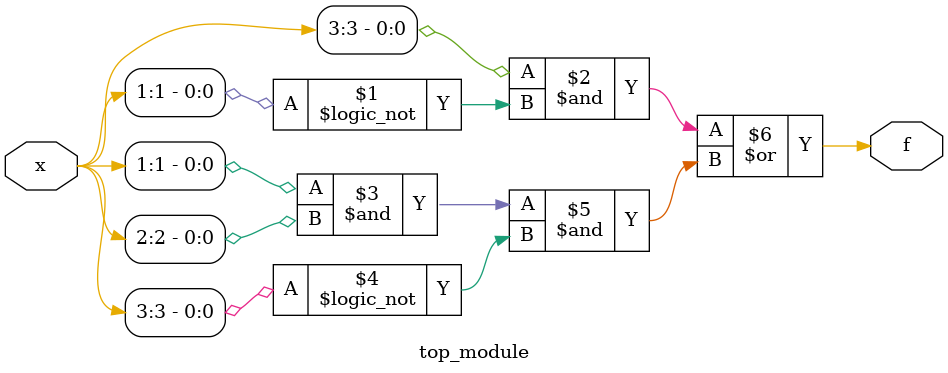
<source format=v>
module top_module (
    input [4:1] x, 
    output f );
    
    assign f = (x[3] & !x[1]) | (x[1] & x[2] & !x[3]);
    
endmodule

</source>
